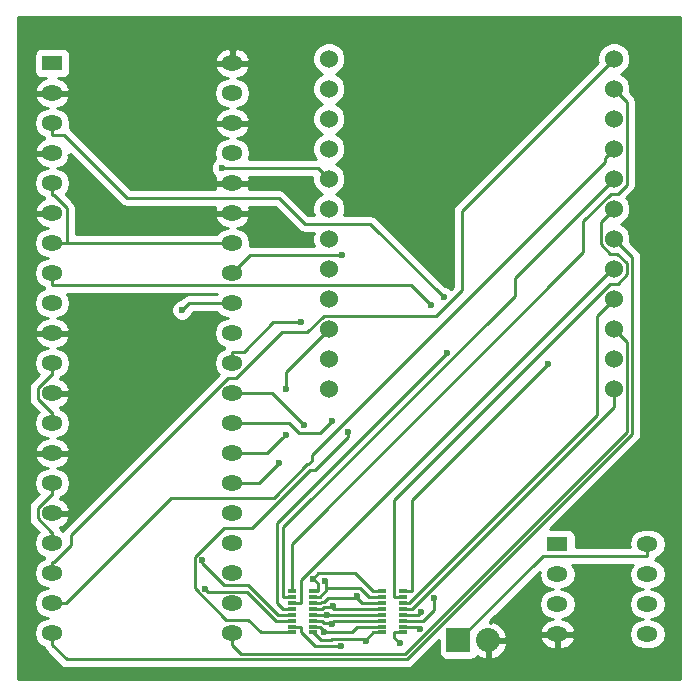
<source format=gbr>
G04 #@! TF.FileFunction,Copper,L1,Top,Signal*
%FSLAX46Y46*%
G04 Gerber Fmt 4.6, Leading zero omitted, Abs format (unit mm)*
G04 Created by KiCad (PCBNEW 4.0.5) date Saturday, March 04, 2017 'PMt' 10:22:20 PM*
%MOMM*%
%LPD*%
G01*
G04 APERTURE LIST*
%ADD10C,0.100000*%
%ADD11R,1.778000X1.300000*%
%ADD12O,1.778000X1.300000*%
%ADD13C,1.524000*%
%ADD14R,2.032000X2.032000*%
%ADD15O,2.032000X2.032000*%
%ADD16R,0.800000X0.300000*%
%ADD17C,0.600000*%
%ADD18C,0.250000*%
%ADD19C,0.254000*%
G04 APERTURE END LIST*
D10*
D11*
X97028000Y-90424000D03*
D12*
X97028000Y-92964000D03*
X97028000Y-95504000D03*
X97028000Y-98044000D03*
X104648000Y-98044000D03*
X104648000Y-95504000D03*
X104648000Y-92964000D03*
X104648000Y-90424000D03*
D13*
X77680000Y-49330000D03*
X77680000Y-51870000D03*
X77680000Y-54410000D03*
X77680000Y-56950000D03*
X77680000Y-59490000D03*
X77680000Y-62030000D03*
X77680000Y-64570000D03*
X77680000Y-67110000D03*
X77680000Y-69650000D03*
X77680000Y-72190000D03*
X77680000Y-74730000D03*
X77680000Y-77270000D03*
X101810000Y-77270000D03*
X101810000Y-74730000D03*
X101810000Y-72190000D03*
X101810000Y-69650000D03*
X101810000Y-67110000D03*
X101810000Y-64570000D03*
X101810000Y-62030000D03*
X101810000Y-59490000D03*
X101810000Y-56950000D03*
X101810000Y-54410000D03*
X101810000Y-51870000D03*
X101810000Y-49330000D03*
D14*
X88646000Y-98552000D03*
D15*
X91186000Y-98552000D03*
D16*
X74558000Y-94400000D03*
X76358000Y-94400000D03*
X74558000Y-97900000D03*
X76358000Y-97900000D03*
X74558000Y-94900000D03*
X74558000Y-95400000D03*
X74558000Y-95900000D03*
X74558000Y-96400000D03*
X74558000Y-96900000D03*
X74558000Y-97400000D03*
X76358000Y-94900000D03*
X76358000Y-95400000D03*
X76358000Y-95900000D03*
X76358000Y-96900000D03*
X76358000Y-96400000D03*
X76358000Y-97400000D03*
X82158000Y-94400000D03*
X83958000Y-94400000D03*
X82158000Y-97900000D03*
X83958000Y-97900000D03*
X82158000Y-94900000D03*
X82158000Y-95400000D03*
X82158000Y-95900000D03*
X82158000Y-96400000D03*
X82158000Y-96900000D03*
X82158000Y-97400000D03*
X83958000Y-94900000D03*
X83958000Y-95400000D03*
X83958000Y-95900000D03*
X83958000Y-96900000D03*
X83958000Y-96400000D03*
X83958000Y-97400000D03*
D11*
X54250000Y-49700000D03*
D12*
X54250000Y-52240000D03*
X54250000Y-54780000D03*
X54250000Y-57320000D03*
X54250000Y-59860000D03*
X54250000Y-62400000D03*
X54250000Y-64940000D03*
X54250000Y-67480000D03*
X54250000Y-70020000D03*
X54250000Y-72560000D03*
X54250000Y-75100000D03*
X54250000Y-77640000D03*
X54250000Y-80180000D03*
X54250000Y-82720000D03*
X54250000Y-85260000D03*
X54250000Y-87800000D03*
X54250000Y-90340000D03*
X54250000Y-92880000D03*
X54250000Y-95420000D03*
X54250000Y-97960000D03*
X69490000Y-97960000D03*
X69490000Y-95420000D03*
X69490000Y-92880000D03*
X69490000Y-90340000D03*
X69490000Y-87800000D03*
X69490000Y-85260000D03*
X69490000Y-82720000D03*
X69490000Y-80180000D03*
X69490000Y-77640000D03*
X69490000Y-75100000D03*
X69490000Y-72560000D03*
X69490000Y-70020000D03*
X69490000Y-67480000D03*
X69490000Y-64940000D03*
X69490000Y-62400000D03*
X69490000Y-59860000D03*
X69490000Y-57320000D03*
X69490000Y-54780000D03*
X69490000Y-52240000D03*
X69490000Y-49700000D03*
D17*
X86303200Y-70135100D03*
X87397100Y-69532300D03*
X66933100Y-91796000D03*
X67228300Y-94207800D03*
X68605500Y-58590000D03*
X78703300Y-99053000D03*
X79323800Y-80885600D03*
X74018000Y-77328900D03*
X87706200Y-74217200D03*
X78756800Y-65953000D03*
X80805000Y-98596000D03*
X73475844Y-83525236D03*
X76317900Y-93337800D03*
X65257000Y-70606900D03*
X77273000Y-97868700D03*
X77916600Y-97175900D03*
X75284700Y-71652500D03*
X77487900Y-96407600D03*
X77941400Y-80015900D03*
X80075700Y-94794600D03*
X75586700Y-80363800D03*
X77999500Y-95661300D03*
X74012645Y-81168548D03*
X77386100Y-93518400D03*
X85510300Y-96149700D03*
X86562200Y-95016700D03*
X85368000Y-97574800D03*
X83675500Y-98811800D03*
X96202400Y-75179000D03*
D18*
X84623400Y-68455300D02*
X86303200Y-70135100D01*
X54250000Y-68455300D02*
X84623400Y-68455300D01*
X54250000Y-67480000D02*
X54250000Y-68455300D01*
X81164800Y-63300000D02*
X87397100Y-69532300D01*
X75636600Y-63300000D02*
X81164800Y-63300000D01*
X73466600Y-61130000D02*
X75636600Y-63300000D01*
X60600000Y-61130000D02*
X73466600Y-61130000D01*
X55225300Y-55755300D02*
X60600000Y-61130000D01*
X54250000Y-55755300D02*
X55225300Y-55755300D01*
X54250000Y-54780000D02*
X54250000Y-55755300D01*
X95798700Y-91399300D02*
X104648000Y-91399300D01*
X88646000Y-98552000D02*
X95798700Y-91399300D01*
X104648000Y-90424000D02*
X104648000Y-91399300D01*
X54156700Y-89364700D02*
X54250000Y-89364700D01*
X53030100Y-88238100D02*
X54156700Y-89364700D01*
X53030100Y-87333300D02*
X53030100Y-88238100D01*
X54128100Y-86235300D02*
X53030100Y-87333300D01*
X54250000Y-86235300D02*
X54128100Y-86235300D01*
X54250000Y-85260000D02*
X54250000Y-86235300D01*
X54250000Y-90340000D02*
X54250000Y-89364700D01*
X54156700Y-76075300D02*
X54250000Y-76075300D01*
X53030100Y-77201900D02*
X54156700Y-76075300D01*
X53030100Y-78106700D02*
X53030100Y-77201900D01*
X54128100Y-79204700D02*
X53030100Y-78106700D01*
X54250000Y-79204700D02*
X54128100Y-79204700D01*
X54250000Y-80180000D02*
X54250000Y-79204700D01*
X54250000Y-75100000D02*
X54250000Y-76075300D01*
X54371900Y-60835300D02*
X54250000Y-60835300D01*
X55520000Y-61983400D02*
X54371900Y-60835300D01*
X55520000Y-64940000D02*
X55520000Y-61983400D01*
X69490000Y-64940000D02*
X55520000Y-64940000D01*
X55520000Y-64940000D02*
X54250000Y-64940000D01*
X54250000Y-59860000D02*
X54250000Y-60835300D01*
X73356800Y-96400000D02*
X74558000Y-96400000D01*
X70822700Y-93865900D02*
X73356800Y-96400000D01*
X68813100Y-93865900D02*
X70822700Y-93865900D01*
X66933100Y-91985900D02*
X68813100Y-93865900D01*
X66933100Y-91796000D02*
X66933100Y-91985900D01*
X67461900Y-94441400D02*
X67228300Y-94207800D01*
X70761300Y-94441400D02*
X67461900Y-94441400D01*
X73219900Y-96900000D02*
X70761300Y-94441400D01*
X74558000Y-96900000D02*
X73219900Y-96900000D01*
X76780000Y-58590000D02*
X77680000Y-59490000D01*
X68605500Y-58590000D02*
X76780000Y-58590000D01*
X76491800Y-99053000D02*
X78703300Y-99053000D01*
X75283300Y-97844500D02*
X76491800Y-99053000D01*
X75283300Y-97400000D02*
X75283300Y-97844500D01*
X74558000Y-97400000D02*
X75283300Y-97400000D01*
X66307800Y-91537000D02*
X68774800Y-89070000D01*
X70868000Y-96850100D02*
X68986300Y-96850100D01*
X76093583Y-84115817D02*
X76517847Y-84115817D01*
X68986300Y-96850100D02*
X66307800Y-94171600D01*
X74558000Y-97900000D02*
X71917900Y-97900000D01*
X79323800Y-81309864D02*
X79323800Y-80885600D01*
X76517847Y-84115817D02*
X79323800Y-81309864D01*
X71917900Y-97900000D02*
X70868000Y-96850100D01*
X68774800Y-89070000D02*
X71139400Y-89070000D01*
X71139400Y-89070000D02*
X76093583Y-84115817D01*
X66307800Y-94171600D02*
X66307800Y-91537000D01*
X74018100Y-77328900D02*
X74018000Y-77328900D01*
X74018100Y-75851900D02*
X74018100Y-77328900D01*
X77680000Y-72190000D02*
X74018100Y-75851900D01*
X102908800Y-73288800D02*
X101810000Y-72190000D01*
X102908800Y-80926600D02*
X102908800Y-73288800D01*
X84148700Y-99686700D02*
X102908800Y-80926600D01*
X70241400Y-99686700D02*
X84148700Y-99686700D01*
X69490000Y-98935300D02*
X70241400Y-99686700D01*
X69490000Y-97960000D02*
X69490000Y-98935300D01*
X73329100Y-88594300D02*
X87706200Y-74217200D01*
X73329100Y-95396400D02*
X73329100Y-88594300D01*
X73832700Y-95900000D02*
X73329100Y-95396400D01*
X74558000Y-95900000D02*
X73832700Y-95900000D01*
X103376900Y-66136900D02*
X101810000Y-64570000D01*
X103376900Y-81095400D02*
X103376900Y-66136900D01*
X84300700Y-100171600D02*
X103376900Y-81095400D01*
X55486300Y-100171600D02*
X84300700Y-100171600D01*
X54250000Y-98935300D02*
X55486300Y-100171600D01*
X54250000Y-97960000D02*
X54250000Y-98935300D01*
X74558000Y-95400000D02*
X75283300Y-95400000D01*
X75283300Y-93488100D02*
X75283300Y-95400000D01*
X101661400Y-67110000D02*
X75283300Y-93488100D01*
X101810000Y-67110000D02*
X101661400Y-67110000D01*
X76248049Y-82851751D02*
X76248049Y-83340806D01*
X75923049Y-83665806D02*
X75862812Y-83665806D01*
X101048001Y-58051799D02*
X76248049Y-82851751D01*
X64279000Y-86530000D02*
X55389000Y-95420000D01*
X76248049Y-83340806D02*
X75923049Y-83665806D01*
X101048001Y-57711999D02*
X101048001Y-58051799D01*
X72998618Y-86530000D02*
X64279000Y-86530000D01*
X75862812Y-83665806D02*
X72998618Y-86530000D01*
X101810000Y-56950000D02*
X101048001Y-57711999D01*
X55389000Y-95420000D02*
X54250000Y-95420000D01*
X74558000Y-94900000D02*
X73832700Y-94900000D01*
X93406200Y-67893800D02*
X101810000Y-59490000D01*
X93406200Y-69401600D02*
X93406200Y-67893800D01*
X73832700Y-88975100D02*
X93406200Y-69401600D01*
X73832700Y-94900000D02*
X73832700Y-88975100D01*
X54250000Y-92880000D02*
X54250000Y-91904700D01*
X88926300Y-62213700D02*
X101810000Y-49330000D01*
X88926300Y-68944800D02*
X88926300Y-62213700D01*
X86768400Y-71102700D02*
X88926300Y-68944800D01*
X77229500Y-71102700D02*
X86768400Y-71102700D01*
X75851200Y-72481000D02*
X77229500Y-71102700D01*
X73746500Y-72481000D02*
X75851200Y-72481000D01*
X69857500Y-76370000D02*
X73746500Y-72481000D01*
X69131000Y-76370000D02*
X69857500Y-76370000D01*
X55814600Y-89686400D02*
X69131000Y-76370000D01*
X55814600Y-90462000D02*
X55814600Y-89686400D01*
X54371900Y-91904700D02*
X55814600Y-90462000D01*
X54250000Y-91904700D02*
X54371900Y-91904700D01*
X102910300Y-52970300D02*
X101810000Y-51870000D01*
X102910300Y-59984900D02*
X102910300Y-52970300D01*
X102135200Y-60760000D02*
X102910300Y-59984900D01*
X101542200Y-60760000D02*
X102135200Y-60760000D01*
X99229700Y-63072500D02*
X101542200Y-60760000D01*
X99229700Y-65717900D02*
X99229700Y-63072500D01*
X74558000Y-90389600D02*
X99229700Y-65717900D01*
X74558000Y-94400000D02*
X74558000Y-90389600D01*
X82158000Y-97900000D02*
X81432700Y-97900000D01*
X78756800Y-65953100D02*
X78756800Y-65953000D01*
X71016900Y-65953100D02*
X78756800Y-65953100D01*
X69490000Y-67480000D02*
X71016900Y-65953100D01*
X80805000Y-98425000D02*
X80805000Y-98596000D01*
X77967200Y-98425000D02*
X80805000Y-98425000D01*
X77857600Y-98534600D02*
X77967200Y-98425000D01*
X76992600Y-98534600D02*
X77857600Y-98534600D01*
X76358000Y-97900000D02*
X76992600Y-98534600D01*
X80907700Y-98425000D02*
X81432700Y-97900000D01*
X80805000Y-98425000D02*
X80907700Y-98425000D01*
X71741080Y-85260000D02*
X73175845Y-83825235D01*
X73175845Y-83825235D02*
X73475844Y-83525236D01*
X69490000Y-85260000D02*
X71741080Y-85260000D01*
X76358000Y-94400000D02*
X76720700Y-94400000D01*
X76720700Y-93740600D02*
X76317900Y-93337800D01*
X76720700Y-94400000D02*
X76720700Y-93740600D01*
X82158000Y-94400000D02*
X81432700Y-94400000D01*
X76762600Y-92893100D02*
X76317900Y-93337800D01*
X79925800Y-92893100D02*
X76762600Y-92893100D01*
X81432700Y-94400000D02*
X79925800Y-92893100D01*
X65843900Y-70020000D02*
X65257000Y-70606900D01*
X69490000Y-70020000D02*
X65843900Y-70020000D01*
X80065900Y-97400000D02*
X82158000Y-97400000D01*
X79646800Y-97819100D02*
X80065900Y-97400000D01*
X77273000Y-97819100D02*
X79646800Y-97819100D01*
X77273000Y-97868700D02*
X77273000Y-97819100D01*
X76890800Y-97400000D02*
X76358000Y-97400000D01*
X77273000Y-97782200D02*
X76890800Y-97400000D01*
X77273000Y-97819100D02*
X77273000Y-97782200D01*
X76358000Y-96900000D02*
X77083300Y-96900000D01*
X77916600Y-97063300D02*
X77916600Y-97175900D01*
X77246600Y-97063300D02*
X77916600Y-97063300D01*
X77083300Y-96900000D02*
X77246600Y-97063300D01*
X78079900Y-96900000D02*
X82158000Y-96900000D01*
X77916600Y-97063300D02*
X78079900Y-96900000D01*
X82158000Y-96400000D02*
X81432700Y-96400000D01*
X72937500Y-71652500D02*
X75284700Y-71652500D01*
X70465300Y-74124700D02*
X72937500Y-71652500D01*
X69490000Y-74124700D02*
X70465300Y-74124700D01*
X77480300Y-96400000D02*
X77487900Y-96407600D01*
X76358000Y-96400000D02*
X77480300Y-96400000D01*
X81425100Y-96407600D02*
X81432700Y-96400000D01*
X77487900Y-96407600D02*
X81425100Y-96407600D01*
X69490000Y-75100000D02*
X69490000Y-74124700D01*
X77641401Y-80315899D02*
X77941400Y-80015900D01*
X76903139Y-81054161D02*
X77641401Y-80315899D01*
X75176765Y-81054161D02*
X76903139Y-81054161D01*
X69490000Y-80180000D02*
X74302604Y-80180000D01*
X74302604Y-80180000D02*
X75176765Y-81054161D01*
X80075700Y-94794600D02*
X80075700Y-95019200D01*
X80456500Y-95400000D02*
X80075700Y-95019200D01*
X82158000Y-95400000D02*
X80456500Y-95400000D01*
X76974300Y-95400000D02*
X76358000Y-95400000D01*
X77042300Y-95332000D02*
X76974300Y-95400000D01*
X77283400Y-95332000D02*
X77042300Y-95332000D01*
X77596200Y-95019200D02*
X77283400Y-95332000D01*
X80075700Y-95019200D02*
X77596200Y-95019200D01*
X76358000Y-95900000D02*
X77083300Y-95900000D01*
X72862900Y-77640000D02*
X75586700Y-80363800D01*
X69490000Y-77640000D02*
X72862900Y-77640000D01*
X77960700Y-95700100D02*
X77960700Y-95782300D01*
X77999500Y-95661300D02*
X77960700Y-95700100D01*
X77228900Y-95782300D02*
X77960700Y-95782300D01*
X77111200Y-95900000D02*
X77228900Y-95782300D01*
X77083300Y-95900000D02*
X77111200Y-95900000D01*
X78078400Y-95900000D02*
X82158000Y-95900000D01*
X77960700Y-95782300D02*
X78078400Y-95900000D01*
X72461193Y-82720000D02*
X73712646Y-81468547D01*
X73712646Y-81468547D02*
X74012645Y-81168548D01*
X69490000Y-82720000D02*
X72461193Y-82720000D01*
X77466000Y-93598300D02*
X77466000Y-94169300D01*
X77386100Y-93518400D02*
X77466000Y-93598300D01*
X80334800Y-94169300D02*
X77466000Y-94169300D01*
X81065500Y-94900000D02*
X80334800Y-94169300D01*
X82158000Y-94900000D02*
X81065500Y-94900000D01*
X76376300Y-94881700D02*
X76358000Y-94900000D01*
X76925200Y-94881700D02*
X76376300Y-94881700D01*
X77466000Y-94340900D02*
X76925200Y-94881700D01*
X77466000Y-94169300D02*
X77466000Y-94340900D01*
X85260000Y-96400000D02*
X83958000Y-96400000D01*
X85510300Y-96149700D02*
X85260000Y-96400000D01*
X86562200Y-96029900D02*
X86562200Y-95016700D01*
X85692100Y-96900000D02*
X86562200Y-96029900D01*
X83958000Y-96900000D02*
X85692100Y-96900000D01*
X85193200Y-97400000D02*
X85368000Y-97574800D01*
X83958000Y-97400000D02*
X85193200Y-97400000D01*
X83232700Y-98369000D02*
X83675500Y-98811800D01*
X83232700Y-97900000D02*
X83232700Y-98369000D01*
X83958000Y-97900000D02*
X83232700Y-97900000D01*
X83958000Y-95900000D02*
X84683300Y-95900000D01*
X101810000Y-78773300D02*
X101810000Y-77270000D01*
X84683300Y-95900000D02*
X101810000Y-78773300D01*
X100357400Y-71102600D02*
X101810000Y-69650000D01*
X100357400Y-79515400D02*
X100357400Y-71102600D01*
X84472800Y-95400000D02*
X100357400Y-79515400D01*
X83958000Y-95400000D02*
X84472800Y-95400000D01*
X100719900Y-63120100D02*
X101810000Y-62030000D01*
X100719900Y-65042400D02*
X100719900Y-63120100D01*
X101517500Y-65840000D02*
X100719900Y-65042400D01*
X102110000Y-65840000D02*
X101517500Y-65840000D01*
X102926500Y-66656500D02*
X102110000Y-65840000D01*
X102926500Y-67573700D02*
X102926500Y-66656500D01*
X102120200Y-68380000D02*
X102926500Y-67573700D01*
X101515500Y-68380000D02*
X102120200Y-68380000D01*
X83232700Y-86662800D02*
X101515500Y-68380000D01*
X83232700Y-94900000D02*
X83232700Y-86662800D01*
X83958000Y-94900000D02*
X83232700Y-94900000D01*
X84683300Y-86698100D02*
X96202400Y-75179000D01*
X84683300Y-94400000D02*
X84683300Y-86698100D01*
X83958000Y-94400000D02*
X84683300Y-94400000D01*
D19*
G36*
X107370000Y-101830000D02*
X51370000Y-101830000D01*
X51370000Y-87333300D01*
X52270100Y-87333300D01*
X52270100Y-88238100D01*
X52327952Y-88528939D01*
X52492699Y-88775501D01*
X53118103Y-89400905D01*
X53072511Y-89431368D01*
X52793958Y-89848252D01*
X52696143Y-90340000D01*
X52793958Y-90831748D01*
X53072511Y-91248632D01*
X53489395Y-91527185D01*
X53592115Y-91547617D01*
X53547852Y-91613861D01*
X53533908Y-91683961D01*
X53489395Y-91692815D01*
X53072511Y-91971368D01*
X52793958Y-92388252D01*
X52696143Y-92880000D01*
X52793958Y-93371748D01*
X53072511Y-93788632D01*
X53489395Y-94067185D01*
X53905733Y-94150000D01*
X53489395Y-94232815D01*
X53072511Y-94511368D01*
X52793958Y-94928252D01*
X52696143Y-95420000D01*
X52793958Y-95911748D01*
X53072511Y-96328632D01*
X53489395Y-96607185D01*
X53905733Y-96690000D01*
X53489395Y-96772815D01*
X53072511Y-97051368D01*
X52793958Y-97468252D01*
X52696143Y-97960000D01*
X52793958Y-98451748D01*
X53072511Y-98868632D01*
X53489395Y-99147185D01*
X53533908Y-99156039D01*
X53547852Y-99226139D01*
X53712599Y-99472701D01*
X54948899Y-100709001D01*
X55195460Y-100873748D01*
X55486300Y-100931600D01*
X84300700Y-100931600D01*
X84591539Y-100873748D01*
X84838101Y-100709001D01*
X86982560Y-98564542D01*
X86982560Y-99568000D01*
X87026838Y-99803317D01*
X87165910Y-100019441D01*
X87378110Y-100164431D01*
X87630000Y-100215440D01*
X89662000Y-100215440D01*
X89897317Y-100171162D01*
X90113441Y-100032090D01*
X90224840Y-99869052D01*
X90321182Y-99958385D01*
X90803056Y-100157975D01*
X91059000Y-100038836D01*
X91059000Y-98679000D01*
X91313000Y-98679000D01*
X91313000Y-100038836D01*
X91568944Y-100157975D01*
X92050818Y-99958385D01*
X92523188Y-99520379D01*
X92791983Y-98934946D01*
X92673367Y-98679000D01*
X91313000Y-98679000D01*
X91059000Y-98679000D01*
X91039000Y-98679000D01*
X91039000Y-98425000D01*
X91059000Y-98425000D01*
X91059000Y-98405000D01*
X91313000Y-98405000D01*
X91313000Y-98425000D01*
X92673367Y-98425000D01*
X92699101Y-98369471D01*
X95545901Y-98369471D01*
X95560290Y-98454169D01*
X95810785Y-98893154D01*
X96210204Y-99202863D01*
X96697740Y-99336145D01*
X96901000Y-99175763D01*
X96901000Y-98171000D01*
X97155000Y-98171000D01*
X97155000Y-99175763D01*
X97358260Y-99336145D01*
X97845796Y-99202863D01*
X98245215Y-98893154D01*
X98495710Y-98454169D01*
X98510099Y-98369471D01*
X98386067Y-98171000D01*
X97155000Y-98171000D01*
X96901000Y-98171000D01*
X95669933Y-98171000D01*
X95545901Y-98369471D01*
X92699101Y-98369471D01*
X92791983Y-98169054D01*
X92523188Y-97583621D01*
X92050818Y-97145615D01*
X91568944Y-96946025D01*
X91313002Y-97065163D01*
X91313002Y-96959800D01*
X95515198Y-92757604D01*
X95474143Y-92964000D01*
X95571958Y-93455748D01*
X95850511Y-93872632D01*
X96267395Y-94151185D01*
X96683733Y-94234000D01*
X96267395Y-94316815D01*
X95850511Y-94595368D01*
X95571958Y-95012252D01*
X95474143Y-95504000D01*
X95571958Y-95995748D01*
X95850511Y-96412632D01*
X96267395Y-96691185D01*
X96644952Y-96766286D01*
X96210204Y-96885137D01*
X95810785Y-97194846D01*
X95560290Y-97633831D01*
X95545901Y-97718529D01*
X95669933Y-97917000D01*
X96901000Y-97917000D01*
X96901000Y-97897000D01*
X97155000Y-97897000D01*
X97155000Y-97917000D01*
X98386067Y-97917000D01*
X98510099Y-97718529D01*
X98495710Y-97633831D01*
X98245215Y-97194846D01*
X97845796Y-96885137D01*
X97411048Y-96766286D01*
X97788605Y-96691185D01*
X98205489Y-96412632D01*
X98484042Y-95995748D01*
X98581857Y-95504000D01*
X98484042Y-95012252D01*
X98205489Y-94595368D01*
X97788605Y-94316815D01*
X97372267Y-94234000D01*
X97788605Y-94151185D01*
X98205489Y-93872632D01*
X98484042Y-93455748D01*
X98581857Y-92964000D01*
X98484042Y-92472252D01*
X98274934Y-92159300D01*
X103401066Y-92159300D01*
X103191958Y-92472252D01*
X103094143Y-92964000D01*
X103191958Y-93455748D01*
X103470511Y-93872632D01*
X103887395Y-94151185D01*
X104303733Y-94234000D01*
X103887395Y-94316815D01*
X103470511Y-94595368D01*
X103191958Y-95012252D01*
X103094143Y-95504000D01*
X103191958Y-95995748D01*
X103470511Y-96412632D01*
X103887395Y-96691185D01*
X104303733Y-96774000D01*
X103887395Y-96856815D01*
X103470511Y-97135368D01*
X103191958Y-97552252D01*
X103094143Y-98044000D01*
X103191958Y-98535748D01*
X103470511Y-98952632D01*
X103887395Y-99231185D01*
X104379143Y-99329000D01*
X104916857Y-99329000D01*
X105408605Y-99231185D01*
X105825489Y-98952632D01*
X106104042Y-98535748D01*
X106201857Y-98044000D01*
X106104042Y-97552252D01*
X105825489Y-97135368D01*
X105408605Y-96856815D01*
X104992267Y-96774000D01*
X105408605Y-96691185D01*
X105825489Y-96412632D01*
X106104042Y-95995748D01*
X106201857Y-95504000D01*
X106104042Y-95012252D01*
X105825489Y-94595368D01*
X105408605Y-94316815D01*
X104992267Y-94234000D01*
X105408605Y-94151185D01*
X105825489Y-93872632D01*
X106104042Y-93455748D01*
X106201857Y-92964000D01*
X106104042Y-92472252D01*
X105825489Y-92055368D01*
X105408605Y-91776815D01*
X105305885Y-91756383D01*
X105350148Y-91690139D01*
X105364092Y-91620039D01*
X105408605Y-91611185D01*
X105825489Y-91332632D01*
X106104042Y-90915748D01*
X106201857Y-90424000D01*
X106104042Y-89932252D01*
X105825489Y-89515368D01*
X105408605Y-89236815D01*
X104916857Y-89139000D01*
X104379143Y-89139000D01*
X103887395Y-89236815D01*
X103470511Y-89515368D01*
X103191958Y-89932252D01*
X103094143Y-90424000D01*
X103136969Y-90639300D01*
X98564440Y-90639300D01*
X98564440Y-89774000D01*
X98520162Y-89538683D01*
X98381090Y-89322559D01*
X98168890Y-89177569D01*
X97917000Y-89126560D01*
X96420542Y-89126560D01*
X103914301Y-81632801D01*
X104079048Y-81386239D01*
X104136900Y-81095400D01*
X104136900Y-66136900D01*
X104089081Y-65896500D01*
X104079048Y-65846060D01*
X103914301Y-65599499D01*
X103194183Y-64879381D01*
X103206757Y-64849100D01*
X103207242Y-64293339D01*
X102995010Y-63779697D01*
X102602370Y-63386371D01*
X102394488Y-63300051D01*
X102600303Y-63215010D01*
X102993629Y-62822370D01*
X103206757Y-62309100D01*
X103207242Y-61753339D01*
X102995010Y-61239697D01*
X102862773Y-61107229D01*
X103447701Y-60522301D01*
X103612448Y-60275739D01*
X103670300Y-59984900D01*
X103670300Y-52970300D01*
X103612448Y-52679461D01*
X103612448Y-52679460D01*
X103447701Y-52432899D01*
X103194183Y-52179381D01*
X103206757Y-52149100D01*
X103207242Y-51593339D01*
X102995010Y-51079697D01*
X102602370Y-50686371D01*
X102394488Y-50600051D01*
X102600303Y-50515010D01*
X102993629Y-50122370D01*
X103206757Y-49609100D01*
X103207242Y-49053339D01*
X102995010Y-48539697D01*
X102602370Y-48146371D01*
X102089100Y-47933243D01*
X101533339Y-47932758D01*
X101019697Y-48144990D01*
X100626371Y-48537630D01*
X100413243Y-49050900D01*
X100412758Y-49606661D01*
X100426143Y-49639055D01*
X88388899Y-61676299D01*
X88224152Y-61922861D01*
X88166300Y-62213700D01*
X88166300Y-68629998D01*
X87991752Y-68804546D01*
X87927427Y-68740108D01*
X87583899Y-68597462D01*
X87537023Y-68597421D01*
X81702201Y-62762599D01*
X81455639Y-62597852D01*
X81164800Y-62540000D01*
X78980879Y-62540000D01*
X79076757Y-62309100D01*
X79077242Y-61753339D01*
X78865010Y-61239697D01*
X78472370Y-60846371D01*
X78264488Y-60760051D01*
X78470303Y-60675010D01*
X78863629Y-60282370D01*
X79076757Y-59769100D01*
X79077242Y-59213339D01*
X78865010Y-58699697D01*
X78472370Y-58306371D01*
X78264488Y-58220051D01*
X78470303Y-58135010D01*
X78863629Y-57742370D01*
X79076757Y-57229100D01*
X79077242Y-56673339D01*
X78865010Y-56159697D01*
X78472370Y-55766371D01*
X78264488Y-55680051D01*
X78470303Y-55595010D01*
X78863629Y-55202370D01*
X79076757Y-54689100D01*
X79077242Y-54133339D01*
X78865010Y-53619697D01*
X78472370Y-53226371D01*
X78264488Y-53140051D01*
X78470303Y-53055010D01*
X78863629Y-52662370D01*
X79076757Y-52149100D01*
X79077242Y-51593339D01*
X78865010Y-51079697D01*
X78472370Y-50686371D01*
X78264488Y-50600051D01*
X78470303Y-50515010D01*
X78863629Y-50122370D01*
X79076757Y-49609100D01*
X79077242Y-49053339D01*
X78865010Y-48539697D01*
X78472370Y-48146371D01*
X77959100Y-47933243D01*
X77403339Y-47932758D01*
X76889697Y-48144990D01*
X76496371Y-48537630D01*
X76283243Y-49050900D01*
X76282758Y-49606661D01*
X76494990Y-50120303D01*
X76887630Y-50513629D01*
X77095512Y-50599949D01*
X76889697Y-50684990D01*
X76496371Y-51077630D01*
X76283243Y-51590900D01*
X76282758Y-52146661D01*
X76494990Y-52660303D01*
X76887630Y-53053629D01*
X77095512Y-53139949D01*
X76889697Y-53224990D01*
X76496371Y-53617630D01*
X76283243Y-54130900D01*
X76282758Y-54686661D01*
X76494990Y-55200303D01*
X76887630Y-55593629D01*
X77095512Y-55679949D01*
X76889697Y-55764990D01*
X76496371Y-56157630D01*
X76283243Y-56670900D01*
X76282758Y-57226661D01*
X76494990Y-57740303D01*
X76584531Y-57830000D01*
X70933846Y-57830000D01*
X70946042Y-57811748D01*
X71043857Y-57320000D01*
X70946042Y-56828252D01*
X70667489Y-56411368D01*
X70250605Y-56132815D01*
X69873048Y-56057714D01*
X70307796Y-55938863D01*
X70707215Y-55629154D01*
X70957710Y-55190169D01*
X70972099Y-55105471D01*
X70848067Y-54907000D01*
X69617000Y-54907000D01*
X69617000Y-54927000D01*
X69363000Y-54927000D01*
X69363000Y-54907000D01*
X68131933Y-54907000D01*
X68007901Y-55105471D01*
X68022290Y-55190169D01*
X68272785Y-55629154D01*
X68672204Y-55938863D01*
X69106952Y-56057714D01*
X68729395Y-56132815D01*
X68312511Y-56411368D01*
X68033958Y-56828252D01*
X67936143Y-57320000D01*
X68033958Y-57811748D01*
X68045045Y-57828340D01*
X67813308Y-58059673D01*
X67670662Y-58403201D01*
X67670338Y-58775167D01*
X67812383Y-59118943D01*
X68066083Y-59373086D01*
X68022290Y-59449831D01*
X68007901Y-59534529D01*
X68131933Y-59733000D01*
X69363000Y-59733000D01*
X69363000Y-59713000D01*
X69617000Y-59713000D01*
X69617000Y-59733000D01*
X70848067Y-59733000D01*
X70972099Y-59534529D01*
X70957710Y-59449831D01*
X70900744Y-59350000D01*
X76283122Y-59350000D01*
X76282758Y-59766661D01*
X76494990Y-60280303D01*
X76887630Y-60673629D01*
X77095512Y-60759949D01*
X76889697Y-60844990D01*
X76496371Y-61237630D01*
X76283243Y-61750900D01*
X76282758Y-62306661D01*
X76379171Y-62540000D01*
X75951402Y-62540000D01*
X74004001Y-60592599D01*
X73757439Y-60427852D01*
X73466600Y-60370000D01*
X70900744Y-60370000D01*
X70957710Y-60270169D01*
X70972099Y-60185471D01*
X70848067Y-59987000D01*
X69617000Y-59987000D01*
X69617000Y-60007000D01*
X69363000Y-60007000D01*
X69363000Y-59987000D01*
X68131933Y-59987000D01*
X68007901Y-60185471D01*
X68022290Y-60270169D01*
X68079256Y-60370000D01*
X60914802Y-60370000D01*
X55762701Y-55217899D01*
X55722144Y-55190800D01*
X55803857Y-54780000D01*
X55706042Y-54288252D01*
X55427489Y-53871368D01*
X55010605Y-53592815D01*
X54633048Y-53517714D01*
X55067796Y-53398863D01*
X55467215Y-53089154D01*
X55717710Y-52650169D01*
X55732099Y-52565471D01*
X55608067Y-52367000D01*
X54377000Y-52367000D01*
X54377000Y-52387000D01*
X54123000Y-52387000D01*
X54123000Y-52367000D01*
X52891933Y-52367000D01*
X52767901Y-52565471D01*
X52782290Y-52650169D01*
X53032785Y-53089154D01*
X53432204Y-53398863D01*
X53866952Y-53517714D01*
X53489395Y-53592815D01*
X53072511Y-53871368D01*
X52793958Y-54288252D01*
X52696143Y-54780000D01*
X52793958Y-55271748D01*
X53072511Y-55688632D01*
X53489395Y-55967185D01*
X53533908Y-55976039D01*
X53547852Y-56046139D01*
X53594961Y-56116643D01*
X53432204Y-56161137D01*
X53032785Y-56470846D01*
X52782290Y-56909831D01*
X52767901Y-56994529D01*
X52891933Y-57193000D01*
X54123000Y-57193000D01*
X54123000Y-57173000D01*
X54377000Y-57173000D01*
X54377000Y-57193000D01*
X54397000Y-57193000D01*
X54397000Y-57447000D01*
X54377000Y-57447000D01*
X54377000Y-57467000D01*
X54123000Y-57467000D01*
X54123000Y-57447000D01*
X52891933Y-57447000D01*
X52767901Y-57645471D01*
X52782290Y-57730169D01*
X53032785Y-58169154D01*
X53432204Y-58478863D01*
X53866952Y-58597714D01*
X53489395Y-58672815D01*
X53072511Y-58951368D01*
X52793958Y-59368252D01*
X52696143Y-59860000D01*
X52793958Y-60351748D01*
X53072511Y-60768632D01*
X53489395Y-61047185D01*
X53533908Y-61056039D01*
X53547852Y-61126139D01*
X53594961Y-61196643D01*
X53432204Y-61241137D01*
X53032785Y-61550846D01*
X52782290Y-61989831D01*
X52767901Y-62074529D01*
X52891933Y-62273000D01*
X54123000Y-62273000D01*
X54123000Y-62253000D01*
X54377000Y-62253000D01*
X54377000Y-62273000D01*
X54397000Y-62273000D01*
X54397000Y-62527000D01*
X54377000Y-62527000D01*
X54377000Y-62547000D01*
X54123000Y-62547000D01*
X54123000Y-62527000D01*
X52891933Y-62527000D01*
X52767901Y-62725471D01*
X52782290Y-62810169D01*
X53032785Y-63249154D01*
X53432204Y-63558863D01*
X53866952Y-63677714D01*
X53489395Y-63752815D01*
X53072511Y-64031368D01*
X52793958Y-64448252D01*
X52696143Y-64940000D01*
X52793958Y-65431748D01*
X53072511Y-65848632D01*
X53489395Y-66127185D01*
X53905733Y-66210000D01*
X53489395Y-66292815D01*
X53072511Y-66571368D01*
X52793958Y-66988252D01*
X52696143Y-67480000D01*
X52793958Y-67971748D01*
X53072511Y-68388632D01*
X53489395Y-68667185D01*
X53533908Y-68676039D01*
X53547852Y-68746139D01*
X53592115Y-68812383D01*
X53489395Y-68832815D01*
X53072511Y-69111368D01*
X52793958Y-69528252D01*
X52696143Y-70020000D01*
X52793958Y-70511748D01*
X53072511Y-70928632D01*
X53489395Y-71207185D01*
X53866952Y-71282286D01*
X53432204Y-71401137D01*
X53032785Y-71710846D01*
X52782290Y-72149831D01*
X52767901Y-72234529D01*
X52891933Y-72433000D01*
X54123000Y-72433000D01*
X54123000Y-72413000D01*
X54377000Y-72413000D01*
X54377000Y-72433000D01*
X55608067Y-72433000D01*
X55732099Y-72234529D01*
X55717710Y-72149831D01*
X55467215Y-71710846D01*
X55067796Y-71401137D01*
X54633048Y-71282286D01*
X55010605Y-71207185D01*
X55427489Y-70928632D01*
X55706042Y-70511748D01*
X55803857Y-70020000D01*
X55706042Y-69528252D01*
X55496934Y-69215300D01*
X68243066Y-69215300D01*
X68213198Y-69260000D01*
X65843900Y-69260000D01*
X65553061Y-69317852D01*
X65306499Y-69482599D01*
X65117320Y-69671778D01*
X65071833Y-69671738D01*
X64728057Y-69813783D01*
X64464808Y-70076573D01*
X64322162Y-70420101D01*
X64321838Y-70792067D01*
X64463883Y-71135843D01*
X64726673Y-71399092D01*
X65070201Y-71541738D01*
X65442167Y-71542062D01*
X65785943Y-71400017D01*
X66049192Y-71137227D01*
X66191838Y-70793699D01*
X66191850Y-70780000D01*
X68213198Y-70780000D01*
X68312511Y-70928632D01*
X68729395Y-71207185D01*
X69145733Y-71290000D01*
X68729395Y-71372815D01*
X68312511Y-71651368D01*
X68033958Y-72068252D01*
X67936143Y-72560000D01*
X68033958Y-73051748D01*
X68312511Y-73468632D01*
X68729395Y-73747185D01*
X68832115Y-73767617D01*
X68787852Y-73833861D01*
X68773908Y-73903961D01*
X68729395Y-73912815D01*
X68312511Y-74191368D01*
X68033958Y-74608252D01*
X67936143Y-75100000D01*
X68033958Y-75591748D01*
X68312511Y-76008632D01*
X68375487Y-76050711D01*
X55277199Y-89148999D01*
X55193150Y-89274788D01*
X55010605Y-89152815D01*
X54966092Y-89143961D01*
X54952148Y-89073861D01*
X54905039Y-89003357D01*
X55067796Y-88958863D01*
X55467215Y-88649154D01*
X55717710Y-88210169D01*
X55732099Y-88125471D01*
X55608067Y-87927000D01*
X54377000Y-87927000D01*
X54377000Y-87947000D01*
X54123000Y-87947000D01*
X54123000Y-87927000D01*
X54103000Y-87927000D01*
X54103000Y-87673000D01*
X54123000Y-87673000D01*
X54123000Y-87653000D01*
X54377000Y-87653000D01*
X54377000Y-87673000D01*
X55608067Y-87673000D01*
X55732099Y-87474529D01*
X55717710Y-87389831D01*
X55467215Y-86950846D01*
X55067796Y-86641137D01*
X54905039Y-86596643D01*
X54952148Y-86526139D01*
X54966092Y-86456039D01*
X55010605Y-86447185D01*
X55427489Y-86168632D01*
X55706042Y-85751748D01*
X55803857Y-85260000D01*
X55706042Y-84768252D01*
X55427489Y-84351368D01*
X55010605Y-84072815D01*
X54633048Y-83997714D01*
X55067796Y-83878863D01*
X55467215Y-83569154D01*
X55717710Y-83130169D01*
X55732099Y-83045471D01*
X55608067Y-82847000D01*
X54377000Y-82847000D01*
X54377000Y-82867000D01*
X54123000Y-82867000D01*
X54123000Y-82847000D01*
X52891933Y-82847000D01*
X52767901Y-83045471D01*
X52782290Y-83130169D01*
X53032785Y-83569154D01*
X53432204Y-83878863D01*
X53866952Y-83997714D01*
X53489395Y-84072815D01*
X53072511Y-84351368D01*
X52793958Y-84768252D01*
X52696143Y-85260000D01*
X52793958Y-85751748D01*
X53072511Y-86168632D01*
X53100958Y-86187640D01*
X52492699Y-86795899D01*
X52327952Y-87042461D01*
X52270100Y-87333300D01*
X51370000Y-87333300D01*
X51370000Y-77201900D01*
X52270100Y-77201900D01*
X52270100Y-78106700D01*
X52327952Y-78397539D01*
X52492699Y-78644101D01*
X53100958Y-79252360D01*
X53072511Y-79271368D01*
X52793958Y-79688252D01*
X52696143Y-80180000D01*
X52793958Y-80671748D01*
X53072511Y-81088632D01*
X53489395Y-81367185D01*
X53866952Y-81442286D01*
X53432204Y-81561137D01*
X53032785Y-81870846D01*
X52782290Y-82309831D01*
X52767901Y-82394529D01*
X52891933Y-82593000D01*
X54123000Y-82593000D01*
X54123000Y-82573000D01*
X54377000Y-82573000D01*
X54377000Y-82593000D01*
X55608067Y-82593000D01*
X55732099Y-82394529D01*
X55717710Y-82309831D01*
X55467215Y-81870846D01*
X55067796Y-81561137D01*
X54633048Y-81442286D01*
X55010605Y-81367185D01*
X55427489Y-81088632D01*
X55706042Y-80671748D01*
X55803857Y-80180000D01*
X55706042Y-79688252D01*
X55427489Y-79271368D01*
X55010605Y-78992815D01*
X54966092Y-78983961D01*
X54952148Y-78913861D01*
X54905039Y-78843357D01*
X55067796Y-78798863D01*
X55467215Y-78489154D01*
X55717710Y-78050169D01*
X55732099Y-77965471D01*
X55608067Y-77767000D01*
X54377000Y-77767000D01*
X54377000Y-77787000D01*
X54123000Y-77787000D01*
X54123000Y-77767000D01*
X54103000Y-77767000D01*
X54103000Y-77513000D01*
X54123000Y-77513000D01*
X54123000Y-77493000D01*
X54377000Y-77493000D01*
X54377000Y-77513000D01*
X55608067Y-77513000D01*
X55732099Y-77314529D01*
X55717710Y-77229831D01*
X55467215Y-76790846D01*
X55067796Y-76481137D01*
X54905039Y-76436643D01*
X54952148Y-76366139D01*
X54966092Y-76296039D01*
X55010605Y-76287185D01*
X55427489Y-76008632D01*
X55706042Y-75591748D01*
X55803857Y-75100000D01*
X55706042Y-74608252D01*
X55427489Y-74191368D01*
X55010605Y-73912815D01*
X54633048Y-73837714D01*
X55067796Y-73718863D01*
X55467215Y-73409154D01*
X55717710Y-72970169D01*
X55732099Y-72885471D01*
X55608067Y-72687000D01*
X54377000Y-72687000D01*
X54377000Y-72707000D01*
X54123000Y-72707000D01*
X54123000Y-72687000D01*
X52891933Y-72687000D01*
X52767901Y-72885471D01*
X52782290Y-72970169D01*
X53032785Y-73409154D01*
X53432204Y-73718863D01*
X53866952Y-73837714D01*
X53489395Y-73912815D01*
X53072511Y-74191368D01*
X52793958Y-74608252D01*
X52696143Y-75100000D01*
X52793958Y-75591748D01*
X53072511Y-76008632D01*
X53118103Y-76039095D01*
X52492699Y-76664499D01*
X52327952Y-76911061D01*
X52270100Y-77201900D01*
X51370000Y-77201900D01*
X51370000Y-52240000D01*
X67936143Y-52240000D01*
X68033958Y-52731748D01*
X68312511Y-53148632D01*
X68729395Y-53427185D01*
X69106952Y-53502286D01*
X68672204Y-53621137D01*
X68272785Y-53930846D01*
X68022290Y-54369831D01*
X68007901Y-54454529D01*
X68131933Y-54653000D01*
X69363000Y-54653000D01*
X69363000Y-54633000D01*
X69617000Y-54633000D01*
X69617000Y-54653000D01*
X70848067Y-54653000D01*
X70972099Y-54454529D01*
X70957710Y-54369831D01*
X70707215Y-53930846D01*
X70307796Y-53621137D01*
X69873048Y-53502286D01*
X70250605Y-53427185D01*
X70667489Y-53148632D01*
X70946042Y-52731748D01*
X71043857Y-52240000D01*
X70946042Y-51748252D01*
X70667489Y-51331368D01*
X70250605Y-51052815D01*
X69873048Y-50977714D01*
X70307796Y-50858863D01*
X70707215Y-50549154D01*
X70957710Y-50110169D01*
X70972099Y-50025471D01*
X70848067Y-49827000D01*
X69617000Y-49827000D01*
X69617000Y-49847000D01*
X69363000Y-49847000D01*
X69363000Y-49827000D01*
X68131933Y-49827000D01*
X68007901Y-50025471D01*
X68022290Y-50110169D01*
X68272785Y-50549154D01*
X68672204Y-50858863D01*
X69106952Y-50977714D01*
X68729395Y-51052815D01*
X68312511Y-51331368D01*
X68033958Y-51748252D01*
X67936143Y-52240000D01*
X51370000Y-52240000D01*
X51370000Y-49050000D01*
X52713560Y-49050000D01*
X52713560Y-50350000D01*
X52757838Y-50585317D01*
X52896910Y-50801441D01*
X53109110Y-50946431D01*
X53361000Y-50997440D01*
X53738362Y-50997440D01*
X53432204Y-51081137D01*
X53032785Y-51390846D01*
X52782290Y-51829831D01*
X52767901Y-51914529D01*
X52891933Y-52113000D01*
X54123000Y-52113000D01*
X54123000Y-52093000D01*
X54377000Y-52093000D01*
X54377000Y-52113000D01*
X55608067Y-52113000D01*
X55732099Y-51914529D01*
X55717710Y-51829831D01*
X55467215Y-51390846D01*
X55067796Y-51081137D01*
X54761638Y-50997440D01*
X55139000Y-50997440D01*
X55374317Y-50953162D01*
X55590441Y-50814090D01*
X55735431Y-50601890D01*
X55786440Y-50350000D01*
X55786440Y-49374529D01*
X68007901Y-49374529D01*
X68131933Y-49573000D01*
X69363000Y-49573000D01*
X69363000Y-48568237D01*
X69617000Y-48568237D01*
X69617000Y-49573000D01*
X70848067Y-49573000D01*
X70972099Y-49374529D01*
X70957710Y-49289831D01*
X70707215Y-48850846D01*
X70307796Y-48541137D01*
X69820260Y-48407855D01*
X69617000Y-48568237D01*
X69363000Y-48568237D01*
X69159740Y-48407855D01*
X68672204Y-48541137D01*
X68272785Y-48850846D01*
X68022290Y-49289831D01*
X68007901Y-49374529D01*
X55786440Y-49374529D01*
X55786440Y-49050000D01*
X55742162Y-48814683D01*
X55603090Y-48598559D01*
X55390890Y-48453569D01*
X55139000Y-48402560D01*
X53361000Y-48402560D01*
X53125683Y-48446838D01*
X52909559Y-48585910D01*
X52764569Y-48798110D01*
X52713560Y-49050000D01*
X51370000Y-49050000D01*
X51370000Y-45830000D01*
X107370000Y-45830000D01*
X107370000Y-101830000D01*
X107370000Y-101830000D01*
G37*
X107370000Y-101830000D02*
X51370000Y-101830000D01*
X51370000Y-87333300D01*
X52270100Y-87333300D01*
X52270100Y-88238100D01*
X52327952Y-88528939D01*
X52492699Y-88775501D01*
X53118103Y-89400905D01*
X53072511Y-89431368D01*
X52793958Y-89848252D01*
X52696143Y-90340000D01*
X52793958Y-90831748D01*
X53072511Y-91248632D01*
X53489395Y-91527185D01*
X53592115Y-91547617D01*
X53547852Y-91613861D01*
X53533908Y-91683961D01*
X53489395Y-91692815D01*
X53072511Y-91971368D01*
X52793958Y-92388252D01*
X52696143Y-92880000D01*
X52793958Y-93371748D01*
X53072511Y-93788632D01*
X53489395Y-94067185D01*
X53905733Y-94150000D01*
X53489395Y-94232815D01*
X53072511Y-94511368D01*
X52793958Y-94928252D01*
X52696143Y-95420000D01*
X52793958Y-95911748D01*
X53072511Y-96328632D01*
X53489395Y-96607185D01*
X53905733Y-96690000D01*
X53489395Y-96772815D01*
X53072511Y-97051368D01*
X52793958Y-97468252D01*
X52696143Y-97960000D01*
X52793958Y-98451748D01*
X53072511Y-98868632D01*
X53489395Y-99147185D01*
X53533908Y-99156039D01*
X53547852Y-99226139D01*
X53712599Y-99472701D01*
X54948899Y-100709001D01*
X55195460Y-100873748D01*
X55486300Y-100931600D01*
X84300700Y-100931600D01*
X84591539Y-100873748D01*
X84838101Y-100709001D01*
X86982560Y-98564542D01*
X86982560Y-99568000D01*
X87026838Y-99803317D01*
X87165910Y-100019441D01*
X87378110Y-100164431D01*
X87630000Y-100215440D01*
X89662000Y-100215440D01*
X89897317Y-100171162D01*
X90113441Y-100032090D01*
X90224840Y-99869052D01*
X90321182Y-99958385D01*
X90803056Y-100157975D01*
X91059000Y-100038836D01*
X91059000Y-98679000D01*
X91313000Y-98679000D01*
X91313000Y-100038836D01*
X91568944Y-100157975D01*
X92050818Y-99958385D01*
X92523188Y-99520379D01*
X92791983Y-98934946D01*
X92673367Y-98679000D01*
X91313000Y-98679000D01*
X91059000Y-98679000D01*
X91039000Y-98679000D01*
X91039000Y-98425000D01*
X91059000Y-98425000D01*
X91059000Y-98405000D01*
X91313000Y-98405000D01*
X91313000Y-98425000D01*
X92673367Y-98425000D01*
X92699101Y-98369471D01*
X95545901Y-98369471D01*
X95560290Y-98454169D01*
X95810785Y-98893154D01*
X96210204Y-99202863D01*
X96697740Y-99336145D01*
X96901000Y-99175763D01*
X96901000Y-98171000D01*
X97155000Y-98171000D01*
X97155000Y-99175763D01*
X97358260Y-99336145D01*
X97845796Y-99202863D01*
X98245215Y-98893154D01*
X98495710Y-98454169D01*
X98510099Y-98369471D01*
X98386067Y-98171000D01*
X97155000Y-98171000D01*
X96901000Y-98171000D01*
X95669933Y-98171000D01*
X95545901Y-98369471D01*
X92699101Y-98369471D01*
X92791983Y-98169054D01*
X92523188Y-97583621D01*
X92050818Y-97145615D01*
X91568944Y-96946025D01*
X91313002Y-97065163D01*
X91313002Y-96959800D01*
X95515198Y-92757604D01*
X95474143Y-92964000D01*
X95571958Y-93455748D01*
X95850511Y-93872632D01*
X96267395Y-94151185D01*
X96683733Y-94234000D01*
X96267395Y-94316815D01*
X95850511Y-94595368D01*
X95571958Y-95012252D01*
X95474143Y-95504000D01*
X95571958Y-95995748D01*
X95850511Y-96412632D01*
X96267395Y-96691185D01*
X96644952Y-96766286D01*
X96210204Y-96885137D01*
X95810785Y-97194846D01*
X95560290Y-97633831D01*
X95545901Y-97718529D01*
X95669933Y-97917000D01*
X96901000Y-97917000D01*
X96901000Y-97897000D01*
X97155000Y-97897000D01*
X97155000Y-97917000D01*
X98386067Y-97917000D01*
X98510099Y-97718529D01*
X98495710Y-97633831D01*
X98245215Y-97194846D01*
X97845796Y-96885137D01*
X97411048Y-96766286D01*
X97788605Y-96691185D01*
X98205489Y-96412632D01*
X98484042Y-95995748D01*
X98581857Y-95504000D01*
X98484042Y-95012252D01*
X98205489Y-94595368D01*
X97788605Y-94316815D01*
X97372267Y-94234000D01*
X97788605Y-94151185D01*
X98205489Y-93872632D01*
X98484042Y-93455748D01*
X98581857Y-92964000D01*
X98484042Y-92472252D01*
X98274934Y-92159300D01*
X103401066Y-92159300D01*
X103191958Y-92472252D01*
X103094143Y-92964000D01*
X103191958Y-93455748D01*
X103470511Y-93872632D01*
X103887395Y-94151185D01*
X104303733Y-94234000D01*
X103887395Y-94316815D01*
X103470511Y-94595368D01*
X103191958Y-95012252D01*
X103094143Y-95504000D01*
X103191958Y-95995748D01*
X103470511Y-96412632D01*
X103887395Y-96691185D01*
X104303733Y-96774000D01*
X103887395Y-96856815D01*
X103470511Y-97135368D01*
X103191958Y-97552252D01*
X103094143Y-98044000D01*
X103191958Y-98535748D01*
X103470511Y-98952632D01*
X103887395Y-99231185D01*
X104379143Y-99329000D01*
X104916857Y-99329000D01*
X105408605Y-99231185D01*
X105825489Y-98952632D01*
X106104042Y-98535748D01*
X106201857Y-98044000D01*
X106104042Y-97552252D01*
X105825489Y-97135368D01*
X105408605Y-96856815D01*
X104992267Y-96774000D01*
X105408605Y-96691185D01*
X105825489Y-96412632D01*
X106104042Y-95995748D01*
X106201857Y-95504000D01*
X106104042Y-95012252D01*
X105825489Y-94595368D01*
X105408605Y-94316815D01*
X104992267Y-94234000D01*
X105408605Y-94151185D01*
X105825489Y-93872632D01*
X106104042Y-93455748D01*
X106201857Y-92964000D01*
X106104042Y-92472252D01*
X105825489Y-92055368D01*
X105408605Y-91776815D01*
X105305885Y-91756383D01*
X105350148Y-91690139D01*
X105364092Y-91620039D01*
X105408605Y-91611185D01*
X105825489Y-91332632D01*
X106104042Y-90915748D01*
X106201857Y-90424000D01*
X106104042Y-89932252D01*
X105825489Y-89515368D01*
X105408605Y-89236815D01*
X104916857Y-89139000D01*
X104379143Y-89139000D01*
X103887395Y-89236815D01*
X103470511Y-89515368D01*
X103191958Y-89932252D01*
X103094143Y-90424000D01*
X103136969Y-90639300D01*
X98564440Y-90639300D01*
X98564440Y-89774000D01*
X98520162Y-89538683D01*
X98381090Y-89322559D01*
X98168890Y-89177569D01*
X97917000Y-89126560D01*
X96420542Y-89126560D01*
X103914301Y-81632801D01*
X104079048Y-81386239D01*
X104136900Y-81095400D01*
X104136900Y-66136900D01*
X104089081Y-65896500D01*
X104079048Y-65846060D01*
X103914301Y-65599499D01*
X103194183Y-64879381D01*
X103206757Y-64849100D01*
X103207242Y-64293339D01*
X102995010Y-63779697D01*
X102602370Y-63386371D01*
X102394488Y-63300051D01*
X102600303Y-63215010D01*
X102993629Y-62822370D01*
X103206757Y-62309100D01*
X103207242Y-61753339D01*
X102995010Y-61239697D01*
X102862773Y-61107229D01*
X103447701Y-60522301D01*
X103612448Y-60275739D01*
X103670300Y-59984900D01*
X103670300Y-52970300D01*
X103612448Y-52679461D01*
X103612448Y-52679460D01*
X103447701Y-52432899D01*
X103194183Y-52179381D01*
X103206757Y-52149100D01*
X103207242Y-51593339D01*
X102995010Y-51079697D01*
X102602370Y-50686371D01*
X102394488Y-50600051D01*
X102600303Y-50515010D01*
X102993629Y-50122370D01*
X103206757Y-49609100D01*
X103207242Y-49053339D01*
X102995010Y-48539697D01*
X102602370Y-48146371D01*
X102089100Y-47933243D01*
X101533339Y-47932758D01*
X101019697Y-48144990D01*
X100626371Y-48537630D01*
X100413243Y-49050900D01*
X100412758Y-49606661D01*
X100426143Y-49639055D01*
X88388899Y-61676299D01*
X88224152Y-61922861D01*
X88166300Y-62213700D01*
X88166300Y-68629998D01*
X87991752Y-68804546D01*
X87927427Y-68740108D01*
X87583899Y-68597462D01*
X87537023Y-68597421D01*
X81702201Y-62762599D01*
X81455639Y-62597852D01*
X81164800Y-62540000D01*
X78980879Y-62540000D01*
X79076757Y-62309100D01*
X79077242Y-61753339D01*
X78865010Y-61239697D01*
X78472370Y-60846371D01*
X78264488Y-60760051D01*
X78470303Y-60675010D01*
X78863629Y-60282370D01*
X79076757Y-59769100D01*
X79077242Y-59213339D01*
X78865010Y-58699697D01*
X78472370Y-58306371D01*
X78264488Y-58220051D01*
X78470303Y-58135010D01*
X78863629Y-57742370D01*
X79076757Y-57229100D01*
X79077242Y-56673339D01*
X78865010Y-56159697D01*
X78472370Y-55766371D01*
X78264488Y-55680051D01*
X78470303Y-55595010D01*
X78863629Y-55202370D01*
X79076757Y-54689100D01*
X79077242Y-54133339D01*
X78865010Y-53619697D01*
X78472370Y-53226371D01*
X78264488Y-53140051D01*
X78470303Y-53055010D01*
X78863629Y-52662370D01*
X79076757Y-52149100D01*
X79077242Y-51593339D01*
X78865010Y-51079697D01*
X78472370Y-50686371D01*
X78264488Y-50600051D01*
X78470303Y-50515010D01*
X78863629Y-50122370D01*
X79076757Y-49609100D01*
X79077242Y-49053339D01*
X78865010Y-48539697D01*
X78472370Y-48146371D01*
X77959100Y-47933243D01*
X77403339Y-47932758D01*
X76889697Y-48144990D01*
X76496371Y-48537630D01*
X76283243Y-49050900D01*
X76282758Y-49606661D01*
X76494990Y-50120303D01*
X76887630Y-50513629D01*
X77095512Y-50599949D01*
X76889697Y-50684990D01*
X76496371Y-51077630D01*
X76283243Y-51590900D01*
X76282758Y-52146661D01*
X76494990Y-52660303D01*
X76887630Y-53053629D01*
X77095512Y-53139949D01*
X76889697Y-53224990D01*
X76496371Y-53617630D01*
X76283243Y-54130900D01*
X76282758Y-54686661D01*
X76494990Y-55200303D01*
X76887630Y-55593629D01*
X77095512Y-55679949D01*
X76889697Y-55764990D01*
X76496371Y-56157630D01*
X76283243Y-56670900D01*
X76282758Y-57226661D01*
X76494990Y-57740303D01*
X76584531Y-57830000D01*
X70933846Y-57830000D01*
X70946042Y-57811748D01*
X71043857Y-57320000D01*
X70946042Y-56828252D01*
X70667489Y-56411368D01*
X70250605Y-56132815D01*
X69873048Y-56057714D01*
X70307796Y-55938863D01*
X70707215Y-55629154D01*
X70957710Y-55190169D01*
X70972099Y-55105471D01*
X70848067Y-54907000D01*
X69617000Y-54907000D01*
X69617000Y-54927000D01*
X69363000Y-54927000D01*
X69363000Y-54907000D01*
X68131933Y-54907000D01*
X68007901Y-55105471D01*
X68022290Y-55190169D01*
X68272785Y-55629154D01*
X68672204Y-55938863D01*
X69106952Y-56057714D01*
X68729395Y-56132815D01*
X68312511Y-56411368D01*
X68033958Y-56828252D01*
X67936143Y-57320000D01*
X68033958Y-57811748D01*
X68045045Y-57828340D01*
X67813308Y-58059673D01*
X67670662Y-58403201D01*
X67670338Y-58775167D01*
X67812383Y-59118943D01*
X68066083Y-59373086D01*
X68022290Y-59449831D01*
X68007901Y-59534529D01*
X68131933Y-59733000D01*
X69363000Y-59733000D01*
X69363000Y-59713000D01*
X69617000Y-59713000D01*
X69617000Y-59733000D01*
X70848067Y-59733000D01*
X70972099Y-59534529D01*
X70957710Y-59449831D01*
X70900744Y-59350000D01*
X76283122Y-59350000D01*
X76282758Y-59766661D01*
X76494990Y-60280303D01*
X76887630Y-60673629D01*
X77095512Y-60759949D01*
X76889697Y-60844990D01*
X76496371Y-61237630D01*
X76283243Y-61750900D01*
X76282758Y-62306661D01*
X76379171Y-62540000D01*
X75951402Y-62540000D01*
X74004001Y-60592599D01*
X73757439Y-60427852D01*
X73466600Y-60370000D01*
X70900744Y-60370000D01*
X70957710Y-60270169D01*
X70972099Y-60185471D01*
X70848067Y-59987000D01*
X69617000Y-59987000D01*
X69617000Y-60007000D01*
X69363000Y-60007000D01*
X69363000Y-59987000D01*
X68131933Y-59987000D01*
X68007901Y-60185471D01*
X68022290Y-60270169D01*
X68079256Y-60370000D01*
X60914802Y-60370000D01*
X55762701Y-55217899D01*
X55722144Y-55190800D01*
X55803857Y-54780000D01*
X55706042Y-54288252D01*
X55427489Y-53871368D01*
X55010605Y-53592815D01*
X54633048Y-53517714D01*
X55067796Y-53398863D01*
X55467215Y-53089154D01*
X55717710Y-52650169D01*
X55732099Y-52565471D01*
X55608067Y-52367000D01*
X54377000Y-52367000D01*
X54377000Y-52387000D01*
X54123000Y-52387000D01*
X54123000Y-52367000D01*
X52891933Y-52367000D01*
X52767901Y-52565471D01*
X52782290Y-52650169D01*
X53032785Y-53089154D01*
X53432204Y-53398863D01*
X53866952Y-53517714D01*
X53489395Y-53592815D01*
X53072511Y-53871368D01*
X52793958Y-54288252D01*
X52696143Y-54780000D01*
X52793958Y-55271748D01*
X53072511Y-55688632D01*
X53489395Y-55967185D01*
X53533908Y-55976039D01*
X53547852Y-56046139D01*
X53594961Y-56116643D01*
X53432204Y-56161137D01*
X53032785Y-56470846D01*
X52782290Y-56909831D01*
X52767901Y-56994529D01*
X52891933Y-57193000D01*
X54123000Y-57193000D01*
X54123000Y-57173000D01*
X54377000Y-57173000D01*
X54377000Y-57193000D01*
X54397000Y-57193000D01*
X54397000Y-57447000D01*
X54377000Y-57447000D01*
X54377000Y-57467000D01*
X54123000Y-57467000D01*
X54123000Y-57447000D01*
X52891933Y-57447000D01*
X52767901Y-57645471D01*
X52782290Y-57730169D01*
X53032785Y-58169154D01*
X53432204Y-58478863D01*
X53866952Y-58597714D01*
X53489395Y-58672815D01*
X53072511Y-58951368D01*
X52793958Y-59368252D01*
X52696143Y-59860000D01*
X52793958Y-60351748D01*
X53072511Y-60768632D01*
X53489395Y-61047185D01*
X53533908Y-61056039D01*
X53547852Y-61126139D01*
X53594961Y-61196643D01*
X53432204Y-61241137D01*
X53032785Y-61550846D01*
X52782290Y-61989831D01*
X52767901Y-62074529D01*
X52891933Y-62273000D01*
X54123000Y-62273000D01*
X54123000Y-62253000D01*
X54377000Y-62253000D01*
X54377000Y-62273000D01*
X54397000Y-62273000D01*
X54397000Y-62527000D01*
X54377000Y-62527000D01*
X54377000Y-62547000D01*
X54123000Y-62547000D01*
X54123000Y-62527000D01*
X52891933Y-62527000D01*
X52767901Y-62725471D01*
X52782290Y-62810169D01*
X53032785Y-63249154D01*
X53432204Y-63558863D01*
X53866952Y-63677714D01*
X53489395Y-63752815D01*
X53072511Y-64031368D01*
X52793958Y-64448252D01*
X52696143Y-64940000D01*
X52793958Y-65431748D01*
X53072511Y-65848632D01*
X53489395Y-66127185D01*
X53905733Y-66210000D01*
X53489395Y-66292815D01*
X53072511Y-66571368D01*
X52793958Y-66988252D01*
X52696143Y-67480000D01*
X52793958Y-67971748D01*
X53072511Y-68388632D01*
X53489395Y-68667185D01*
X53533908Y-68676039D01*
X53547852Y-68746139D01*
X53592115Y-68812383D01*
X53489395Y-68832815D01*
X53072511Y-69111368D01*
X52793958Y-69528252D01*
X52696143Y-70020000D01*
X52793958Y-70511748D01*
X53072511Y-70928632D01*
X53489395Y-71207185D01*
X53866952Y-71282286D01*
X53432204Y-71401137D01*
X53032785Y-71710846D01*
X52782290Y-72149831D01*
X52767901Y-72234529D01*
X52891933Y-72433000D01*
X54123000Y-72433000D01*
X54123000Y-72413000D01*
X54377000Y-72413000D01*
X54377000Y-72433000D01*
X55608067Y-72433000D01*
X55732099Y-72234529D01*
X55717710Y-72149831D01*
X55467215Y-71710846D01*
X55067796Y-71401137D01*
X54633048Y-71282286D01*
X55010605Y-71207185D01*
X55427489Y-70928632D01*
X55706042Y-70511748D01*
X55803857Y-70020000D01*
X55706042Y-69528252D01*
X55496934Y-69215300D01*
X68243066Y-69215300D01*
X68213198Y-69260000D01*
X65843900Y-69260000D01*
X65553061Y-69317852D01*
X65306499Y-69482599D01*
X65117320Y-69671778D01*
X65071833Y-69671738D01*
X64728057Y-69813783D01*
X64464808Y-70076573D01*
X64322162Y-70420101D01*
X64321838Y-70792067D01*
X64463883Y-71135843D01*
X64726673Y-71399092D01*
X65070201Y-71541738D01*
X65442167Y-71542062D01*
X65785943Y-71400017D01*
X66049192Y-71137227D01*
X66191838Y-70793699D01*
X66191850Y-70780000D01*
X68213198Y-70780000D01*
X68312511Y-70928632D01*
X68729395Y-71207185D01*
X69145733Y-71290000D01*
X68729395Y-71372815D01*
X68312511Y-71651368D01*
X68033958Y-72068252D01*
X67936143Y-72560000D01*
X68033958Y-73051748D01*
X68312511Y-73468632D01*
X68729395Y-73747185D01*
X68832115Y-73767617D01*
X68787852Y-73833861D01*
X68773908Y-73903961D01*
X68729395Y-73912815D01*
X68312511Y-74191368D01*
X68033958Y-74608252D01*
X67936143Y-75100000D01*
X68033958Y-75591748D01*
X68312511Y-76008632D01*
X68375487Y-76050711D01*
X55277199Y-89148999D01*
X55193150Y-89274788D01*
X55010605Y-89152815D01*
X54966092Y-89143961D01*
X54952148Y-89073861D01*
X54905039Y-89003357D01*
X55067796Y-88958863D01*
X55467215Y-88649154D01*
X55717710Y-88210169D01*
X55732099Y-88125471D01*
X55608067Y-87927000D01*
X54377000Y-87927000D01*
X54377000Y-87947000D01*
X54123000Y-87947000D01*
X54123000Y-87927000D01*
X54103000Y-87927000D01*
X54103000Y-87673000D01*
X54123000Y-87673000D01*
X54123000Y-87653000D01*
X54377000Y-87653000D01*
X54377000Y-87673000D01*
X55608067Y-87673000D01*
X55732099Y-87474529D01*
X55717710Y-87389831D01*
X55467215Y-86950846D01*
X55067796Y-86641137D01*
X54905039Y-86596643D01*
X54952148Y-86526139D01*
X54966092Y-86456039D01*
X55010605Y-86447185D01*
X55427489Y-86168632D01*
X55706042Y-85751748D01*
X55803857Y-85260000D01*
X55706042Y-84768252D01*
X55427489Y-84351368D01*
X55010605Y-84072815D01*
X54633048Y-83997714D01*
X55067796Y-83878863D01*
X55467215Y-83569154D01*
X55717710Y-83130169D01*
X55732099Y-83045471D01*
X55608067Y-82847000D01*
X54377000Y-82847000D01*
X54377000Y-82867000D01*
X54123000Y-82867000D01*
X54123000Y-82847000D01*
X52891933Y-82847000D01*
X52767901Y-83045471D01*
X52782290Y-83130169D01*
X53032785Y-83569154D01*
X53432204Y-83878863D01*
X53866952Y-83997714D01*
X53489395Y-84072815D01*
X53072511Y-84351368D01*
X52793958Y-84768252D01*
X52696143Y-85260000D01*
X52793958Y-85751748D01*
X53072511Y-86168632D01*
X53100958Y-86187640D01*
X52492699Y-86795899D01*
X52327952Y-87042461D01*
X52270100Y-87333300D01*
X51370000Y-87333300D01*
X51370000Y-77201900D01*
X52270100Y-77201900D01*
X52270100Y-78106700D01*
X52327952Y-78397539D01*
X52492699Y-78644101D01*
X53100958Y-79252360D01*
X53072511Y-79271368D01*
X52793958Y-79688252D01*
X52696143Y-80180000D01*
X52793958Y-80671748D01*
X53072511Y-81088632D01*
X53489395Y-81367185D01*
X53866952Y-81442286D01*
X53432204Y-81561137D01*
X53032785Y-81870846D01*
X52782290Y-82309831D01*
X52767901Y-82394529D01*
X52891933Y-82593000D01*
X54123000Y-82593000D01*
X54123000Y-82573000D01*
X54377000Y-82573000D01*
X54377000Y-82593000D01*
X55608067Y-82593000D01*
X55732099Y-82394529D01*
X55717710Y-82309831D01*
X55467215Y-81870846D01*
X55067796Y-81561137D01*
X54633048Y-81442286D01*
X55010605Y-81367185D01*
X55427489Y-81088632D01*
X55706042Y-80671748D01*
X55803857Y-80180000D01*
X55706042Y-79688252D01*
X55427489Y-79271368D01*
X55010605Y-78992815D01*
X54966092Y-78983961D01*
X54952148Y-78913861D01*
X54905039Y-78843357D01*
X55067796Y-78798863D01*
X55467215Y-78489154D01*
X55717710Y-78050169D01*
X55732099Y-77965471D01*
X55608067Y-77767000D01*
X54377000Y-77767000D01*
X54377000Y-77787000D01*
X54123000Y-77787000D01*
X54123000Y-77767000D01*
X54103000Y-77767000D01*
X54103000Y-77513000D01*
X54123000Y-77513000D01*
X54123000Y-77493000D01*
X54377000Y-77493000D01*
X54377000Y-77513000D01*
X55608067Y-77513000D01*
X55732099Y-77314529D01*
X55717710Y-77229831D01*
X55467215Y-76790846D01*
X55067796Y-76481137D01*
X54905039Y-76436643D01*
X54952148Y-76366139D01*
X54966092Y-76296039D01*
X55010605Y-76287185D01*
X55427489Y-76008632D01*
X55706042Y-75591748D01*
X55803857Y-75100000D01*
X55706042Y-74608252D01*
X55427489Y-74191368D01*
X55010605Y-73912815D01*
X54633048Y-73837714D01*
X55067796Y-73718863D01*
X55467215Y-73409154D01*
X55717710Y-72970169D01*
X55732099Y-72885471D01*
X55608067Y-72687000D01*
X54377000Y-72687000D01*
X54377000Y-72707000D01*
X54123000Y-72707000D01*
X54123000Y-72687000D01*
X52891933Y-72687000D01*
X52767901Y-72885471D01*
X52782290Y-72970169D01*
X53032785Y-73409154D01*
X53432204Y-73718863D01*
X53866952Y-73837714D01*
X53489395Y-73912815D01*
X53072511Y-74191368D01*
X52793958Y-74608252D01*
X52696143Y-75100000D01*
X52793958Y-75591748D01*
X53072511Y-76008632D01*
X53118103Y-76039095D01*
X52492699Y-76664499D01*
X52327952Y-76911061D01*
X52270100Y-77201900D01*
X51370000Y-77201900D01*
X51370000Y-52240000D01*
X67936143Y-52240000D01*
X68033958Y-52731748D01*
X68312511Y-53148632D01*
X68729395Y-53427185D01*
X69106952Y-53502286D01*
X68672204Y-53621137D01*
X68272785Y-53930846D01*
X68022290Y-54369831D01*
X68007901Y-54454529D01*
X68131933Y-54653000D01*
X69363000Y-54653000D01*
X69363000Y-54633000D01*
X69617000Y-54633000D01*
X69617000Y-54653000D01*
X70848067Y-54653000D01*
X70972099Y-54454529D01*
X70957710Y-54369831D01*
X70707215Y-53930846D01*
X70307796Y-53621137D01*
X69873048Y-53502286D01*
X70250605Y-53427185D01*
X70667489Y-53148632D01*
X70946042Y-52731748D01*
X71043857Y-52240000D01*
X70946042Y-51748252D01*
X70667489Y-51331368D01*
X70250605Y-51052815D01*
X69873048Y-50977714D01*
X70307796Y-50858863D01*
X70707215Y-50549154D01*
X70957710Y-50110169D01*
X70972099Y-50025471D01*
X70848067Y-49827000D01*
X69617000Y-49827000D01*
X69617000Y-49847000D01*
X69363000Y-49847000D01*
X69363000Y-49827000D01*
X68131933Y-49827000D01*
X68007901Y-50025471D01*
X68022290Y-50110169D01*
X68272785Y-50549154D01*
X68672204Y-50858863D01*
X69106952Y-50977714D01*
X68729395Y-51052815D01*
X68312511Y-51331368D01*
X68033958Y-51748252D01*
X67936143Y-52240000D01*
X51370000Y-52240000D01*
X51370000Y-49050000D01*
X52713560Y-49050000D01*
X52713560Y-50350000D01*
X52757838Y-50585317D01*
X52896910Y-50801441D01*
X53109110Y-50946431D01*
X53361000Y-50997440D01*
X53738362Y-50997440D01*
X53432204Y-51081137D01*
X53032785Y-51390846D01*
X52782290Y-51829831D01*
X52767901Y-51914529D01*
X52891933Y-52113000D01*
X54123000Y-52113000D01*
X54123000Y-52093000D01*
X54377000Y-52093000D01*
X54377000Y-52113000D01*
X55608067Y-52113000D01*
X55732099Y-51914529D01*
X55717710Y-51829831D01*
X55467215Y-51390846D01*
X55067796Y-51081137D01*
X54761638Y-50997440D01*
X55139000Y-50997440D01*
X55374317Y-50953162D01*
X55590441Y-50814090D01*
X55735431Y-50601890D01*
X55786440Y-50350000D01*
X55786440Y-49374529D01*
X68007901Y-49374529D01*
X68131933Y-49573000D01*
X69363000Y-49573000D01*
X69363000Y-48568237D01*
X69617000Y-48568237D01*
X69617000Y-49573000D01*
X70848067Y-49573000D01*
X70972099Y-49374529D01*
X70957710Y-49289831D01*
X70707215Y-48850846D01*
X70307796Y-48541137D01*
X69820260Y-48407855D01*
X69617000Y-48568237D01*
X69363000Y-48568237D01*
X69159740Y-48407855D01*
X68672204Y-48541137D01*
X68272785Y-48850846D01*
X68022290Y-49289831D01*
X68007901Y-49374529D01*
X55786440Y-49374529D01*
X55786440Y-49050000D01*
X55742162Y-48814683D01*
X55603090Y-48598559D01*
X55390890Y-48453569D01*
X55139000Y-48402560D01*
X53361000Y-48402560D01*
X53125683Y-48446838D01*
X52909559Y-48585910D01*
X52764569Y-48798110D01*
X52713560Y-49050000D01*
X51370000Y-49050000D01*
X51370000Y-45830000D01*
X107370000Y-45830000D01*
X107370000Y-101830000D01*
G36*
X60062599Y-61667401D02*
X60309161Y-61832148D01*
X60600000Y-61890000D01*
X68079256Y-61890000D01*
X68022290Y-61989831D01*
X68007901Y-62074529D01*
X68131933Y-62273000D01*
X69363000Y-62273000D01*
X69363000Y-62253000D01*
X69617000Y-62253000D01*
X69617000Y-62273000D01*
X70848067Y-62273000D01*
X70972099Y-62074529D01*
X70957710Y-61989831D01*
X70900744Y-61890000D01*
X73151798Y-61890000D01*
X75099199Y-63837401D01*
X75345760Y-64002148D01*
X75394014Y-64011746D01*
X75636600Y-64060000D01*
X76379121Y-64060000D01*
X76283243Y-64290900D01*
X76282758Y-64846661D01*
X76425903Y-65193100D01*
X71016900Y-65193100D01*
X70992549Y-65197944D01*
X71043857Y-64940000D01*
X70946042Y-64448252D01*
X70667489Y-64031368D01*
X70250605Y-63752815D01*
X69873048Y-63677714D01*
X70307796Y-63558863D01*
X70707215Y-63249154D01*
X70957710Y-62810169D01*
X70972099Y-62725471D01*
X70848067Y-62527000D01*
X69617000Y-62527000D01*
X69617000Y-62547000D01*
X69363000Y-62547000D01*
X69363000Y-62527000D01*
X68131933Y-62527000D01*
X68007901Y-62725471D01*
X68022290Y-62810169D01*
X68272785Y-63249154D01*
X68672204Y-63558863D01*
X69106952Y-63677714D01*
X68729395Y-63752815D01*
X68312511Y-64031368D01*
X68213198Y-64180000D01*
X56280000Y-64180000D01*
X56280000Y-61983400D01*
X56222148Y-61692561D01*
X56057401Y-61445999D01*
X55399042Y-60787640D01*
X55427489Y-60768632D01*
X55706042Y-60351748D01*
X55803857Y-59860000D01*
X55706042Y-59368252D01*
X55427489Y-58951368D01*
X55010605Y-58672815D01*
X54633048Y-58597714D01*
X55067796Y-58478863D01*
X55467215Y-58169154D01*
X55717710Y-57730169D01*
X55732099Y-57645471D01*
X55608068Y-57447002D01*
X55774000Y-57447002D01*
X55774000Y-57378802D01*
X60062599Y-61667401D01*
X60062599Y-61667401D01*
G37*
X60062599Y-61667401D02*
X60309161Y-61832148D01*
X60600000Y-61890000D01*
X68079256Y-61890000D01*
X68022290Y-61989831D01*
X68007901Y-62074529D01*
X68131933Y-62273000D01*
X69363000Y-62273000D01*
X69363000Y-62253000D01*
X69617000Y-62253000D01*
X69617000Y-62273000D01*
X70848067Y-62273000D01*
X70972099Y-62074529D01*
X70957710Y-61989831D01*
X70900744Y-61890000D01*
X73151798Y-61890000D01*
X75099199Y-63837401D01*
X75345760Y-64002148D01*
X75394014Y-64011746D01*
X75636600Y-64060000D01*
X76379121Y-64060000D01*
X76283243Y-64290900D01*
X76282758Y-64846661D01*
X76425903Y-65193100D01*
X71016900Y-65193100D01*
X70992549Y-65197944D01*
X71043857Y-64940000D01*
X70946042Y-64448252D01*
X70667489Y-64031368D01*
X70250605Y-63752815D01*
X69873048Y-63677714D01*
X70307796Y-63558863D01*
X70707215Y-63249154D01*
X70957710Y-62810169D01*
X70972099Y-62725471D01*
X70848067Y-62527000D01*
X69617000Y-62527000D01*
X69617000Y-62547000D01*
X69363000Y-62547000D01*
X69363000Y-62527000D01*
X68131933Y-62527000D01*
X68007901Y-62725471D01*
X68022290Y-62810169D01*
X68272785Y-63249154D01*
X68672204Y-63558863D01*
X69106952Y-63677714D01*
X68729395Y-63752815D01*
X68312511Y-64031368D01*
X68213198Y-64180000D01*
X56280000Y-64180000D01*
X56280000Y-61983400D01*
X56222148Y-61692561D01*
X56057401Y-61445999D01*
X55399042Y-60787640D01*
X55427489Y-60768632D01*
X55706042Y-60351748D01*
X55803857Y-59860000D01*
X55706042Y-59368252D01*
X55427489Y-58951368D01*
X55010605Y-58672815D01*
X54633048Y-58597714D01*
X55067796Y-58478863D01*
X55467215Y-58169154D01*
X55717710Y-57730169D01*
X55732099Y-57645471D01*
X55608068Y-57447002D01*
X55774000Y-57447002D01*
X55774000Y-57378802D01*
X60062599Y-61667401D01*
M02*

</source>
